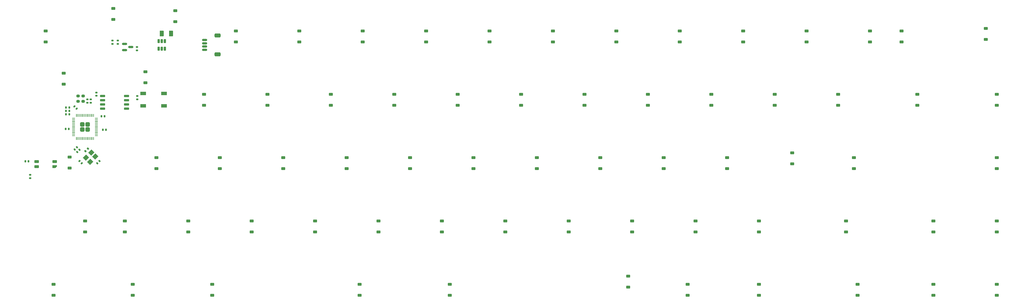
<source format=gbr>
%TF.GenerationSoftware,KiCad,Pcbnew,7.0.2-0*%
%TF.CreationDate,2023-06-24T13:11:33+03:00*%
%TF.ProjectId,rp2040-bakeneko65,72703230-3430-42d6-9261-6b656e656b6f,1*%
%TF.SameCoordinates,Original*%
%TF.FileFunction,Paste,Bot*%
%TF.FilePolarity,Positive*%
%FSLAX46Y46*%
G04 Gerber Fmt 4.6, Leading zero omitted, Abs format (unit mm)*
G04 Created by KiCad (PCBNEW 7.0.2-0) date 2023-06-24 13:11:33*
%MOMM*%
%LPD*%
G01*
G04 APERTURE LIST*
G04 Aperture macros list*
%AMRoundRect*
0 Rectangle with rounded corners*
0 $1 Rounding radius*
0 $2 $3 $4 $5 $6 $7 $8 $9 X,Y pos of 4 corners*
0 Add a 4 corners polygon primitive as box body*
4,1,4,$2,$3,$4,$5,$6,$7,$8,$9,$2,$3,0*
0 Add four circle primitives for the rounded corners*
1,1,$1+$1,$2,$3*
1,1,$1+$1,$4,$5*
1,1,$1+$1,$6,$7*
1,1,$1+$1,$8,$9*
0 Add four rect primitives between the rounded corners*
20,1,$1+$1,$2,$3,$4,$5,0*
20,1,$1+$1,$4,$5,$6,$7,0*
20,1,$1+$1,$6,$7,$8,$9,0*
20,1,$1+$1,$8,$9,$2,$3,0*%
%AMRotRect*
0 Rectangle, with rotation*
0 The origin of the aperture is its center*
0 $1 length*
0 $2 width*
0 $3 Rotation angle, in degrees counterclockwise*
0 Add horizontal line*
21,1,$1,$2,0,0,$3*%
%AMFreePoly0*
4,1,18,-0.410000,0.593000,-0.403758,0.624380,-0.385983,0.650983,-0.359380,0.668758,-0.328000,0.675000,0.328000,0.675000,0.359380,0.668758,0.385983,0.650983,0.403758,0.624380,0.410000,0.593000,0.410000,-0.593000,0.403758,-0.624380,0.385983,-0.650983,0.359380,-0.668758,0.328000,-0.675000,0.000000,-0.675000,-0.410000,-0.265000,-0.410000,0.593000,-0.410000,0.593000,$1*%
G04 Aperture macros list end*
%ADD10RoundRect,0.140000X0.140000X0.170000X-0.140000X0.170000X-0.140000X-0.170000X0.140000X-0.170000X0*%
%ADD11RoundRect,0.225000X0.375000X-0.225000X0.375000X0.225000X-0.375000X0.225000X-0.375000X-0.225000X0*%
%ADD12RoundRect,0.140000X0.170000X-0.140000X0.170000X0.140000X-0.170000X0.140000X-0.170000X-0.140000X0*%
%ADD13RoundRect,0.140000X0.219203X0.021213X0.021213X0.219203X-0.219203X-0.021213X-0.021213X-0.219203X0*%
%ADD14RoundRect,0.200000X-0.275000X0.200000X-0.275000X-0.200000X0.275000X-0.200000X0.275000X0.200000X0*%
%ADD15RoundRect,0.082000X0.593000X-0.328000X0.593000X0.328000X-0.593000X0.328000X-0.593000X-0.328000X0*%
%ADD16FreePoly0,90.000000*%
%ADD17RoundRect,0.140000X-0.021213X0.219203X-0.219203X0.021213X0.021213X-0.219203X0.219203X-0.021213X0*%
%ADD18R,1.800000X1.100000*%
%ADD19RoundRect,0.140000X-0.140000X-0.170000X0.140000X-0.170000X0.140000X0.170000X-0.140000X0.170000X0*%
%ADD20RoundRect,0.249999X0.395001X0.395001X-0.395001X0.395001X-0.395001X-0.395001X0.395001X-0.395001X0*%
%ADD21RoundRect,0.050000X0.387500X0.050000X-0.387500X0.050000X-0.387500X-0.050000X0.387500X-0.050000X0*%
%ADD22RoundRect,0.050000X0.050000X0.387500X-0.050000X0.387500X-0.050000X-0.387500X0.050000X-0.387500X0*%
%ADD23RotRect,1.400000X1.200000X45.000000*%
%ADD24RoundRect,0.135000X0.185000X-0.135000X0.185000X0.135000X-0.185000X0.135000X-0.185000X-0.135000X0*%
%ADD25RoundRect,0.140000X0.021213X-0.219203X0.219203X-0.021213X-0.021213X0.219203X-0.219203X0.021213X0*%
%ADD26RoundRect,0.150000X-0.587500X-0.150000X0.587500X-0.150000X0.587500X0.150000X-0.587500X0.150000X0*%
%ADD27RoundRect,0.150000X0.650000X0.150000X-0.650000X0.150000X-0.650000X-0.150000X0.650000X-0.150000X0*%
%ADD28RoundRect,0.140000X-0.170000X0.140000X-0.170000X-0.140000X0.170000X-0.140000X0.170000X0.140000X0*%
%ADD29RoundRect,0.150000X0.150000X-0.475000X0.150000X0.475000X-0.150000X0.475000X-0.150000X-0.475000X0*%
%ADD30RoundRect,0.150000X-0.625000X0.150000X-0.625000X-0.150000X0.625000X-0.150000X0.625000X0.150000X0*%
%ADD31RoundRect,0.250000X-0.650000X0.350000X-0.650000X-0.350000X0.650000X-0.350000X0.650000X0.350000X0*%
%ADD32RoundRect,0.135000X0.035355X-0.226274X0.226274X-0.035355X-0.035355X0.226274X-0.226274X0.035355X0*%
%ADD33RoundRect,0.250000X-0.375000X-0.625000X0.375000X-0.625000X0.375000X0.625000X-0.375000X0.625000X0*%
G04 APERTURE END LIST*
D10*
%TO.C,C15*%
X83309194Y-121074731D03*
X82349194Y-121074731D03*
%TD*%
D11*
%TO.C,D29*%
X295275000Y-118331250D03*
X295275000Y-115031250D03*
%TD*%
%TO.C,D56*%
X176212500Y-156431250D03*
X176212500Y-153131250D03*
%TD*%
%TO.C,D40*%
X185737500Y-137381250D03*
X185737500Y-134081250D03*
%TD*%
%TO.C,D14*%
X323850000Y-99281250D03*
X323850000Y-95981250D03*
%TD*%
%TO.C,D39*%
X166687500Y-137381250D03*
X166687500Y-134081250D03*
%TD*%
%TO.C,D49*%
X361950000Y-137381250D03*
X361950000Y-134081250D03*
%TD*%
%TO.C,D43*%
X242887500Y-137381250D03*
X242887500Y-134081250D03*
%TD*%
D10*
%TO.C,C14*%
X83309194Y-120058731D03*
X82349194Y-120058731D03*
%TD*%
D11*
%TO.C,D84*%
X361950000Y-175481250D03*
X361950000Y-172181250D03*
%TD*%
D12*
%TO.C,C5*%
X96266000Y-99893000D03*
X96266000Y-98933000D03*
%TD*%
D11*
%TO.C,D52*%
X100012500Y-156431250D03*
X100012500Y-153131250D03*
%TD*%
%TO.C,D77*%
X251206000Y-173099000D03*
X251206000Y-169799000D03*
%TD*%
%TO.C,D1*%
X76200000Y-99281250D03*
X76200000Y-95981250D03*
%TD*%
D13*
%TO.C,C6*%
X85556411Y-119423822D03*
X84877589Y-118745000D03*
%TD*%
D12*
%TO.C,C1*%
X91440000Y-115514000D03*
X91440000Y-114554000D03*
%TD*%
D11*
%TO.C,D70*%
X126238000Y-175514000D03*
X126238000Y-172214000D03*
%TD*%
D14*
%TO.C,R2*%
X85979000Y-115570000D03*
X85979000Y-117220000D03*
%TD*%
D15*
%TO.C,LED1*%
X73475000Y-135298750D03*
X73475000Y-136798750D03*
X78925000Y-135298750D03*
D16*
X78925000Y-136798750D03*
%TD*%
D10*
%TO.C,C16*%
X83157000Y-125476000D03*
X82197000Y-125476000D03*
%TD*%
D11*
%TO.C,D24*%
X200025000Y-118331250D03*
X200025000Y-115031250D03*
%TD*%
%TO.C,D68*%
X102393750Y-175481250D03*
X102393750Y-172181250D03*
%TD*%
D12*
%TO.C,C8*%
X89789000Y-117574000D03*
X89789000Y-116614000D03*
%TD*%
D11*
%TO.C,D72*%
X170561000Y-175513000D03*
X170561000Y-172213000D03*
%TD*%
%TO.C,D33*%
X361950000Y-118331250D03*
X361950000Y-115031250D03*
%TD*%
%TO.C,D18*%
X81661000Y-112013000D03*
X81661000Y-108713000D03*
%TD*%
%TO.C,D38*%
X147637500Y-137381250D03*
X147637500Y-134081250D03*
%TD*%
D17*
%TO.C,C11*%
X86385194Y-131742731D03*
X85706372Y-132421553D03*
%TD*%
D11*
%TO.C,D35*%
X83439000Y-137285000D03*
X83439000Y-133985000D03*
%TD*%
%TO.C,D51*%
X88106250Y-156431250D03*
X88106250Y-153131250D03*
%TD*%
%TO.C,D37*%
X128587500Y-137381250D03*
X128587500Y-134081250D03*
%TD*%
%TO.C,D30*%
X314325000Y-118331250D03*
X314325000Y-115031250D03*
%TD*%
%TO.C,D46*%
X300482000Y-136016000D03*
X300482000Y-132716000D03*
%TD*%
%TO.C,D7*%
X190500000Y-99281250D03*
X190500000Y-95981250D03*
%TD*%
D18*
%TO.C,SW85*%
X111747000Y-114808000D03*
X105547000Y-114808000D03*
X111747000Y-118508000D03*
X105547000Y-118508000D03*
%TD*%
D11*
%TO.C,D58*%
X214312500Y-156431250D03*
X214312500Y-153131250D03*
%TD*%
%TO.C,D82*%
X320167000Y-175481250D03*
X320167000Y-172181250D03*
%TD*%
%TO.C,D27*%
X257175000Y-118331250D03*
X257175000Y-115031250D03*
%TD*%
D19*
%TO.C,C12*%
X92992000Y-121666000D03*
X93952000Y-121666000D03*
%TD*%
D11*
%TO.C,D80*%
X290512500Y-175481250D03*
X290512500Y-172181250D03*
%TD*%
%TO.C,D5*%
X152400000Y-99281250D03*
X152400000Y-95981250D03*
%TD*%
%TO.C,D64*%
X342900000Y-156431250D03*
X342900000Y-153131250D03*
%TD*%
%TO.C,D61*%
X271462500Y-156431250D03*
X271462500Y-153131250D03*
%TD*%
D20*
%TO.C,U1*%
X88830506Y-125687732D03*
X88830506Y-124087732D03*
X87230506Y-125687732D03*
X87230506Y-124087732D03*
D21*
X91468006Y-122287732D03*
X91468006Y-122687732D03*
X91468006Y-123087732D03*
X91468006Y-123487732D03*
X91468006Y-123887732D03*
X91468006Y-124287732D03*
X91468006Y-124687732D03*
X91468006Y-125087732D03*
X91468006Y-125487732D03*
X91468006Y-125887732D03*
X91468006Y-126287732D03*
X91468006Y-126687732D03*
X91468006Y-127087732D03*
X91468006Y-127487732D03*
D22*
X90630506Y-128325232D03*
X90230506Y-128325232D03*
X89830506Y-128325232D03*
X89430506Y-128325232D03*
X89030506Y-128325232D03*
X88630506Y-128325232D03*
X88230506Y-128325232D03*
X87830506Y-128325232D03*
X87430506Y-128325232D03*
X87030506Y-128325232D03*
X86630506Y-128325232D03*
X86230506Y-128325232D03*
X85830506Y-128325232D03*
X85430506Y-128325232D03*
D21*
X84593006Y-127487732D03*
X84593006Y-127087732D03*
X84593006Y-126687732D03*
X84593006Y-126287732D03*
X84593006Y-125887732D03*
X84593006Y-125487732D03*
X84593006Y-125087732D03*
X84593006Y-124687732D03*
X84593006Y-124287732D03*
X84593006Y-123887732D03*
X84593006Y-123487732D03*
X84593006Y-123087732D03*
X84593006Y-122687732D03*
X84593006Y-122287732D03*
D22*
X85430506Y-121450232D03*
X85830506Y-121450232D03*
X86230506Y-121450232D03*
X86630506Y-121450232D03*
X87030506Y-121450232D03*
X87430506Y-121450232D03*
X87830506Y-121450232D03*
X88230506Y-121450232D03*
X88630506Y-121450232D03*
X89030506Y-121450232D03*
X89430506Y-121450232D03*
X89830506Y-121450232D03*
X90230506Y-121450232D03*
X90630506Y-121450232D03*
%TD*%
D11*
%TO.C,D11*%
X266700000Y-99281250D03*
X266700000Y-95981250D03*
%TD*%
D13*
%TO.C,C3*%
X87074559Y-135785337D03*
X86395737Y-135106515D03*
%TD*%
D11*
%TO.C,D54*%
X138112500Y-156431250D03*
X138112500Y-153131250D03*
%TD*%
%TO.C,D21*%
X142875000Y-118331250D03*
X142875000Y-115031250D03*
%TD*%
%TO.C,D15*%
X333375000Y-99281250D03*
X333375000Y-95981250D03*
%TD*%
D10*
%TO.C,C10*%
X83309194Y-119042731D03*
X82349194Y-119042731D03*
%TD*%
D11*
%TO.C,D65*%
X361950000Y-156431250D03*
X361950000Y-153131250D03*
%TD*%
D23*
%TO.C,Y1*%
X88360366Y-134143634D03*
X89916001Y-132587999D03*
X91118082Y-133790080D03*
X89562447Y-135345715D03*
%TD*%
D11*
%TO.C,D62*%
X290512500Y-156431250D03*
X290512500Y-153131250D03*
%TD*%
%TO.C,D2*%
X96520000Y-92582000D03*
X96520000Y-89282000D03*
%TD*%
%TO.C,D22*%
X161925000Y-118331250D03*
X161925000Y-115031250D03*
%TD*%
%TO.C,D28*%
X276225000Y-118331250D03*
X276225000Y-115031250D03*
%TD*%
D24*
%TO.C,R5*%
X71577200Y-140260800D03*
X71577200Y-139240800D03*
%TD*%
D17*
%TO.C,C7*%
X85623194Y-130980731D03*
X84944372Y-131659553D03*
%TD*%
D11*
%TO.C,D59*%
X233362500Y-156431250D03*
X233362500Y-153131250D03*
%TD*%
%TO.C,D8*%
X209550000Y-99281250D03*
X209550000Y-95981250D03*
%TD*%
%TO.C,D25*%
X219075000Y-118331250D03*
X219075000Y-115031250D03*
%TD*%
%TO.C,D4*%
X133350000Y-99281250D03*
X133350000Y-95981250D03*
%TD*%
%TO.C,D41*%
X204787500Y-137381250D03*
X204787500Y-134081250D03*
%TD*%
%TO.C,D74*%
X197643750Y-175481250D03*
X197643750Y-172181250D03*
%TD*%
%TO.C,D57*%
X195262500Y-156431250D03*
X195262500Y-153131250D03*
%TD*%
%TO.C,D26*%
X238125000Y-118331250D03*
X238125000Y-115031250D03*
%TD*%
%TO.C,D55*%
X157162500Y-156431250D03*
X157162500Y-153131250D03*
%TD*%
%TO.C,D44*%
X261937500Y-137381250D03*
X261937500Y-134081250D03*
%TD*%
%TO.C,D16*%
X358648000Y-98551000D03*
X358648000Y-95251000D03*
%TD*%
D25*
%TO.C,C2*%
X91729737Y-135785337D03*
X92408559Y-135106515D03*
%TD*%
D26*
%TO.C,U3*%
X99900500Y-101788000D03*
X99900500Y-99888000D03*
X101775500Y-100838000D03*
%TD*%
D11*
%TO.C,D19*%
X106172000Y-111632000D03*
X106172000Y-108332000D03*
%TD*%
%TO.C,D36*%
X109537500Y-137381250D03*
X109537500Y-134081250D03*
%TD*%
D19*
%TO.C,C17*%
X93373000Y-125730000D03*
X94333000Y-125730000D03*
%TD*%
D14*
%TO.C,R1*%
X87503000Y-115570000D03*
X87503000Y-117220000D03*
%TD*%
D11*
%TO.C,D12*%
X285750000Y-99281250D03*
X285750000Y-95981250D03*
%TD*%
%TO.C,D10*%
X247650000Y-99281250D03*
X247650000Y-95981250D03*
%TD*%
D27*
%TO.C,U2*%
X100533200Y-115570000D03*
X100533200Y-116840000D03*
X100533200Y-118110000D03*
X100533200Y-119380000D03*
X93333200Y-119380000D03*
X93333200Y-118110000D03*
X93333200Y-116840000D03*
X93333200Y-115570000D03*
%TD*%
D11*
%TO.C,D9*%
X228600000Y-99281250D03*
X228600000Y-95981250D03*
%TD*%
D28*
%TO.C,C4*%
X103632000Y-100866000D03*
X103632000Y-101826000D03*
%TD*%
D29*
%TO.C,U4*%
X112075000Y-101378000D03*
X111125000Y-101378000D03*
X110175000Y-101378000D03*
X110175000Y-99028000D03*
X111125000Y-99028000D03*
X112075000Y-99028000D03*
%TD*%
D30*
%TO.C,J1*%
X124014000Y-98709000D03*
X124014000Y-99709000D03*
X124014000Y-100709000D03*
X124014000Y-101709000D03*
D31*
X127889000Y-97409000D03*
X127889000Y-103009000D03*
%TD*%
D12*
%TO.C,C9*%
X97917000Y-99893000D03*
X97917000Y-98933000D03*
%TD*%
D11*
%TO.C,D83*%
X342900000Y-175481250D03*
X342900000Y-172181250D03*
%TD*%
%TO.C,D20*%
X123825000Y-118331250D03*
X123825000Y-115031250D03*
%TD*%
D19*
%TO.C,C18*%
X70104000Y-135255000D03*
X71064000Y-135255000D03*
%TD*%
D11*
%TO.C,D31*%
X338137500Y-118331250D03*
X338137500Y-115031250D03*
%TD*%
%TO.C,D13*%
X304800000Y-99281250D03*
X304800000Y-95981250D03*
%TD*%
%TO.C,D63*%
X316706250Y-156431250D03*
X316706250Y-153131250D03*
%TD*%
%TO.C,D42*%
X223837500Y-137381250D03*
X223837500Y-134081250D03*
%TD*%
%TO.C,D45*%
X280987500Y-137381250D03*
X280987500Y-134081250D03*
%TD*%
%TO.C,D3*%
X115189000Y-93217000D03*
X115189000Y-89917000D03*
%TD*%
%TO.C,D53*%
X119062500Y-156431250D03*
X119062500Y-153131250D03*
%TD*%
%TO.C,D66*%
X78581250Y-175481250D03*
X78581250Y-172181250D03*
%TD*%
D24*
%TO.C,R3*%
X103759000Y-116588000D03*
X103759000Y-115568000D03*
%TD*%
D32*
%TO.C,R4*%
X88178752Y-132166248D03*
X88900000Y-131445000D03*
%TD*%
D11*
%TO.C,D47*%
X319087500Y-137381250D03*
X319087500Y-134081250D03*
%TD*%
D12*
%TO.C,C13*%
X88773000Y-117574000D03*
X88773000Y-116614000D03*
%TD*%
D11*
%TO.C,D60*%
X252412500Y-156431250D03*
X252412500Y-153131250D03*
%TD*%
D33*
%TO.C,F1*%
X111122000Y-96774000D03*
X113922000Y-96774000D03*
%TD*%
D11*
%TO.C,D23*%
X180975000Y-118331250D03*
X180975000Y-115031250D03*
%TD*%
%TO.C,D6*%
X171450000Y-99281250D03*
X171450000Y-95981250D03*
%TD*%
%TO.C,D79*%
X269081250Y-175481250D03*
X269081250Y-172181250D03*
%TD*%
M02*

</source>
